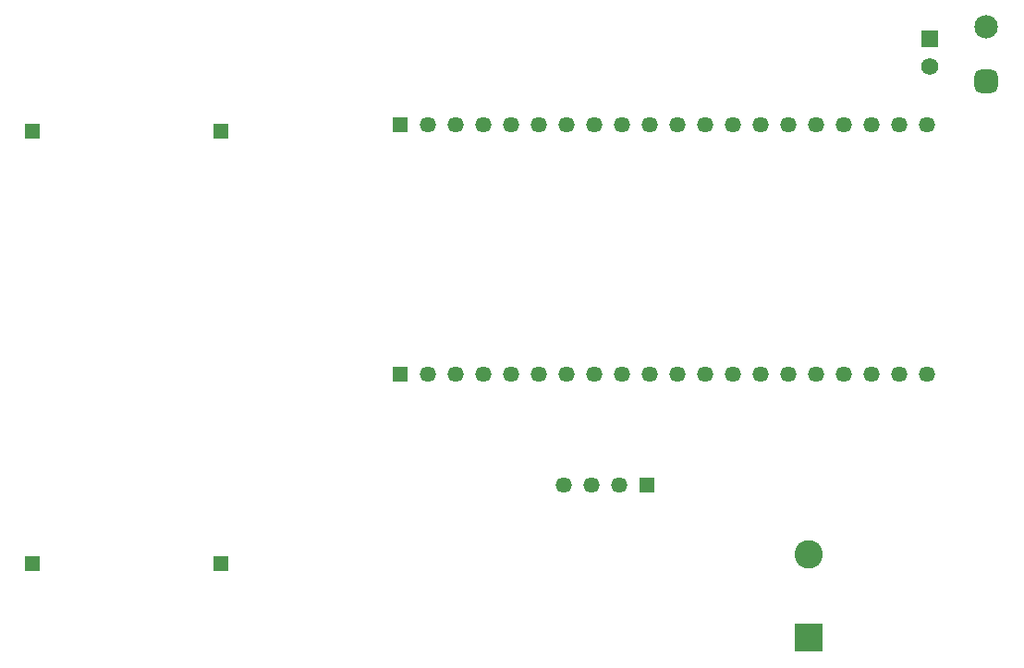
<source format=gbs>
G04*
G04 #@! TF.GenerationSoftware,Altium Limited,Altium Designer,25.8.1 (18)*
G04*
G04 Layer_Color=16711935*
%FSLAX44Y44*%
%MOMM*%
G71*
G04*
G04 #@! TF.SameCoordinates,00868D23-33A2-40B0-AD17-1BC6AB771355*
G04*
G04*
G04 #@! TF.FilePolarity,Negative*
G04*
G01*
G75*
%ADD30R,1.4612X1.4612*%
%ADD31R,1.4612X1.4612*%
%ADD32C,1.4612*%
%ADD33R,1.5700X1.5700*%
%ADD34C,1.5700*%
%ADD35C,2.1532*%
G04:AMPARAMS|DCode=36|XSize=2.1532mm|YSize=2.1532mm|CornerRadius=0.5891mm|HoleSize=0mm|Usage=FLASHONLY|Rotation=90.000|XOffset=0mm|YOffset=0mm|HoleType=Round|Shape=RoundedRectangle|*
%AMROUNDEDRECTD36*
21,1,2.1532,0.9750,0,0,90.0*
21,1,0.9750,2.1532,0,0,90.0*
1,1,1.1782,0.4875,0.4875*
1,1,1.1782,0.4875,-0.4875*
1,1,1.1782,-0.4875,-0.4875*
1,1,1.1782,-0.4875,0.4875*
%
%ADD36ROUNDEDRECTD36*%
%ADD37C,2.6032*%
%ADD38R,2.6032X2.6032*%
D30*
X998030Y475950D02*
D03*
X825166D02*
D03*
X825166Y872250D02*
D03*
X998030D02*
D03*
D31*
X1388110Y547370D02*
D03*
X1162050Y877570D02*
D03*
Y648970D02*
D03*
D32*
X1492250Y877570D02*
D03*
X1314450Y648970D02*
D03*
X1311910Y547370D02*
D03*
X1339850Y877570D02*
D03*
X1314450D02*
D03*
X1337310Y547370D02*
D03*
X1362710D02*
D03*
X1187450Y877570D02*
D03*
X1212850D02*
D03*
X1238250D02*
D03*
X1263650D02*
D03*
X1289050D02*
D03*
X1365250D02*
D03*
X1390650D02*
D03*
X1416050D02*
D03*
X1441450D02*
D03*
X1466850D02*
D03*
X1517650D02*
D03*
X1543050D02*
D03*
X1568450D02*
D03*
X1593850D02*
D03*
X1619250D02*
D03*
X1644650D02*
D03*
X1187450Y648970D02*
D03*
X1212850D02*
D03*
X1238250D02*
D03*
X1263650D02*
D03*
X1289050D02*
D03*
X1339850D02*
D03*
X1365250D02*
D03*
X1390650D02*
D03*
X1416050D02*
D03*
X1441450D02*
D03*
X1466850D02*
D03*
X1492250D02*
D03*
X1517650D02*
D03*
X1543050D02*
D03*
X1568450D02*
D03*
X1593850D02*
D03*
X1619250D02*
D03*
X1644650D02*
D03*
D33*
X1647190Y956310D02*
D03*
D34*
Y930910D02*
D03*
D35*
X1699300Y967340D02*
D03*
D36*
Y917340D02*
D03*
D37*
X1536700Y483870D02*
D03*
D38*
Y407670D02*
D03*
M02*

</source>
